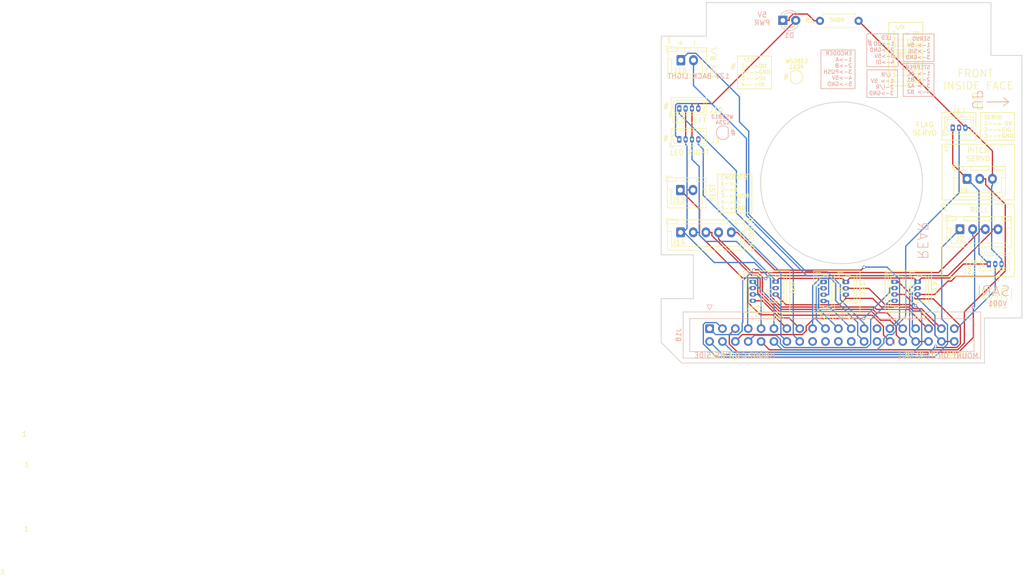
<source format=kicad_pcb>
(kicad_pcb (version 20211014) (generator pcbnew)
  (title_block (date "mar. 31 mars 2015"))
  (layers (0 "F.Cu" signal) (31 "B.Cu" signal) (34 "B.Paste" user) (35 "F.Paste" user) (36 "B.SilkS" user "B.Silkscreen") (37 "F.SilkS" user "F.Silkscreen") (38 "B.Mask" user) (39 "F.Mask" user) (44 "Edge.Cuts" user))
  (net 0 "")
  (net 2 "/GND")
  (net 3 "/ROLL_2B")
  (net 4 "/ROLL_2A")
  (net 5 "/ROLL_1A")
  (net 6 "/ROLL_1B")
  (net 7 "/HOZ_2B")
  (net 8 "/HOZ_2A")
  (net 9 "/HOZ_1A")
  (net 10 "/HOZ_1B")
  (net 12 "/SERVO_PITCH")
  (net 13 "/VER_2B")
  (net 14 "/VER_2A")
  (net 15 "/VER_1A")
  (net 16 "/VER_1B")
  (net 17 "/LED_DATA_IN")
  (net 18 "/LED_DATA_OUT")
  (net 19 "/ENCODER_A")
  (net 20 "/ENCODER_B")
  (net 21 "/ENCODER_PUSH")
  (net 22 "/WL_2B")
  (net 23 "/WL_2A")
  (net 24 "/WL_1A")
  (net 25 "/WL_1B")
  (net 26 "/TEST_PUSH")
  (net 27 "/5VDC")
  (net 30 "/SERVO_FLAG")
  (net 31 "/BACK{slash}LT_+")
  (net 32 "/BACK{slash}LT_-")
  (net 33 "Net-(D1-Pad1)")
  (net 36 "/ROLL_ZERO_IR")
  (net 37 "/HOZ_ZERO_IR")
  (net 38 "/VER_ZERO_IR")
  (net 39 "/WL_ZERO_IR")
  (net 40 "/LED_DATA")
  (footprint "Connector_Molex:Molex_PicoBlade_53047-0410_1x04_P1.25mm_Vertical" (layer "F.Cu") (at 140.25 57.95)
    (fp_text reference "J10")
    (fp_text value "LED_A")
  )
  (footprint "Connector_Molex:Molex_PicoBlade_53047-0310_1x03_P1.25mm_Vertical" (layer "F.Cu") (at 201.3 88.65)
    (fp_text reference "J22")
    (fp_text value "IR")
  )
  (footprint "Resistor_THT:R_Axial_DIN0207_L6.3mm_D2.5mm_P7.62mm_Horizontal" (layer "F.Cu") (at 175.61 40.65 180)
    (fp_text reference "R1")
    (fp_text value "500")
  )
  (footprint "MountingHole:MountingHole_2.5mm" (layer "F.Cu") (at 150 94.95 -90)
    (fp_text reference "H1" hide)
    (fp_text value "H1")
  )
  (footprint "Connector_Molex:Molex_PicoBlade_53047-0310_1x03_P1.25mm_Vertical" (layer "F.Cu") (at 187.25 92.15 -90)
    (fp_text reference "J19")
    (fp_text value "IR")
  )
  (footprint "Connector_JST:JST_XH_B2B-XH-A_1x02_P2.50mm_Vertical" (layer "F.Cu") (at 140.45 74.05)
    (fp_text reference "J13")
    (fp_text value "TEST")
  )
  (footprint "Connector_Molex:Molex_PicoBlade_53047-0310_1x03_P1.25mm_Vertical" (layer "F.Cu") (at 173.1 92.2 -90)
    (fp_text reference "J21")
    (fp_text value "IR")
  )
  (footprint "MountingHole:MountingHole_2.5mm" (layer "F.Cu") (at 195 94.95 -90)
    (fp_text reference "H2" hide)
    (fp_text value "H2")
  )
  (footprint "Connector_Molex:Molex_PicoBlade_53047-0410_1x04_P1.25mm_Vertical" (layer "F.Cu") (at 140.25 64.05)
    (fp_text reference "J3")
    (fp_text value "LED_A")
  )
  (footprint "Connector_Molex:Molex_PicoBlade_53047-0410_1x04_P1.25mm_Vertical" (layer "F.Cu") (at 168.7 92.2 -90)
    (fp_text reference "J8")
    (fp_text value "VER")
  )
  (footprint "Connector_Molex:Molex_PicoBlade_53047-0410_1x04_P1.25mm_Vertical" (layer "F.Cu") (at 154.75 92.15 -90)
    (fp_text reference "J1")
    (fp_text value "HOZ")
  )
  (footprint "Connector_JST:JST_XH_B5B-XH-A_1x05_P2.50mm_Vertical" (layer "F.Cu") (at 140.5 82.4)
    (fp_text reference "J14")
    (fp_text value "ENCODER")
  )
  (footprint "Connector_JST:JST_XH_B3B-XH-A_1x03_P2.50mm_Vertical" (layer "F.Cu") (at 197 71.825)
    (fp_text reference "J9")
    (fp_text value "PITCH")
  )
  (footprint "MountingHole:MountingHole_2.5mm" (layer "F.Cu") (at 194.95 45 -90)
    (fp_text reference "H4" hide)
    (fp_text value "H4")
  )
  (footprint "Connector_Molex:Molex_PicoBlade_53047-0310_1x03_P1.25mm_Vertical" (layer "F.Cu") (at 159.25 92.15 -90)
    (fp_text reference "J20")
    (fp_text value "IR")
  )
  (footprint "Connector_Molex:Molex_PicoBlade_53047-0410_1x04_P1.25mm_Vertical" (layer "F.Cu") (at 182.7 92.15 -90)
    (fp_text reference "J15")
    (fp_text value "WTR")
  )
  (footprint "Connector_JST:JST_XH_B2B-XH-A_1x02_P2.50mm_Vertical" (layer "F.Cu") (at 140.55 48.425)
    (fp_text reference "J16")
    (fp_text value "12V BACK LIGHT")
  )
  (footprint "Connector_JST:JST_XH_B4B-XH-A_1x04_P2.50mm_Vertical" (layer "F.Cu") (at 195.6 81.775)
    (fp_text reference "J2")
    (fp_text value "ROLL")
  )
  (footprint "Connector_Molex:Molex_PicoBlade_53047-0310_1x03_P1.25mm_Vertical" (layer "F.Cu") (at 194.175 61.75)
    (fp_text reference "J17")
    (fp_text value "FLAG")
  )
  (footprint "MountingHole:MountingHole_2.5mm" (layer "F.Cu") (at 150 45 -90)
    (fp_text reference "H3" hide)
    (fp_text value "H3")
  )
  (footprint "LED_THT:LED_D3.0mm" (layer "B.Cu") (at 160.675 40.55)
    (fp_text reference "D1")
    (fp_text value "LED")
  )
  (footprint "Connector_IDC:IDC-Header_2x20_P2.54mm_Vertical" (layer "B.Cu") (at 146.22 101.3975 -90)
    (fp_text reference "J18")
    (fp_text value "FROM SARI PCB")
  )
  (gr_rect (start 177.242 55.7845) (end 183.273 50.3235) (layer "B.SilkS") (width 0.15) (fill none))
  (gr_rect (start 177.219 49.6885) (end 183.4 43.2115) (layer "B.SilkS") (width 0.15) (fill none))
  (gr_line (start 204.193 57.421) (end 205.209 56.659) (layer "B.SilkS") (width 0.15))
  (gr_rect (start 184.404 48.694) (end 190.485 43.233) (layer "B.SilkS") (width 0.15) (fill none))
  (gr_rect (start 184.404 55.552) (end 190.485 49.075) (layer "B.SilkS") (width 0.15) (fill none))
  (gr_poly (pts (xy 149.45 63.95) (xy 149.8 63.7) (xy 149.9 63.55) (xy 149.9 61.85) (xy 149.7 61.65) (xy 149.5 61.5) (xy 149.25 61.4) (xy 148.85 61.35) (xy 148.4 61.45) (xy 148 61.7) (xy 147.8 61.9) (xy 147.65 62.2) (xy 147.55 62.5) (xy 147.55 62.9) (xy 147.65 63.3) (xy 147.95 63.7) (xy 148.3 63.95) (xy 148.7 64.05) (xy 149.1 64.05)) (layer "B.SilkS") (width 0.15) (fill none))
  (gr_line (start 200.891 56.659) (end 205.209 56.659) (layer "B.SilkS") (width 0.15))
  (gr_rect (start 168.177 54.037) (end 174.908 46.417) (layer "B.SilkS") (width 0.15) (fill none))
  (gr_line (start 204.193 55.897) (end 205.209 56.659) (layer "B.SilkS") (width 0.15))
  (gr_rect (start 181.5385 40.9445) (end 188.2695 46.4055) (layer "F.SilkS") (width 0.15) (fill none))
  (gr_rect (start 162.05 98.2) (end 152.9 90) (layer "F.SilkS") (width 0.15) (fill none))
  (gr_rect (start 181.5345 47) (end 188.2655 53.477) (layer "F.SilkS") (width 0.15) (fill none))
  (gr_rect (start 206.35 76) (end 192.05 65) (layer "F.SilkS") (width 0.15) (fill none))
  (gr_line (start 205.209 56.6) (end 200.891 56.6) (layer "F.SilkS") (width 0.15))
  (gr_rect (start 190 98.15) (end 180.85 89.95) (layer "F.SilkS") (width 0.15) (fill none))
  (gr_rect (start 206.35 91.15) (end 192.05 76.8) (layer "F.SilkS") (width 0.15) (fill none))
  (gr_line (start 205.209 56.6) (end 204.193 57.362) (layer "F.SilkS") (width 0.15))
  (gr_rect (start 192 58.7195) (end 198.731 64.1805) (layer "F.SilkS") (width 0.15) (fill none))
  (gr_rect (start 147.8345 70.9) (end 154.5655 78.52) (layer "F.SilkS") (width 0.15) (fill none))
  (gr_line (start 205.209 56.6) (end 204.193 55.838) (layer "F.SilkS") (width 0.15))
  (gr_rect (start 151.719 47.6115) (end 158.45 54.0885) (layer "F.SilkS") (width 0.15) (fill none))
  (gr_poly (pts (xy 162.7 52.95) (xy 162.35 52.7) (xy 162.25 52.55) (xy 162.25 50.85) (xy 162.45 50.65) (xy 162.65 50.5) (xy 162.9 50.4) (xy 163.3 50.35) (xy 163.75 50.45) (xy 164.15 50.7) (xy 164.35 50.9) (xy 164.5 51.2) (xy 164.6 51.5) (xy 164.6 51.9) (xy 164.5 52.3) (xy 164.2 52.7) (xy 163.85 52.95) (xy 163.45 53.05) (xy 163.05 53.05)) (layer "F.SilkS") (width 0.15) (fill none))
  (gr_rect (start 199.619 58.739) (end 206.35 64.2) (layer "F.SilkS") (width 0.15) (fill none))
  (gr_rect (start 175.9 98.2) (end 166.75 90) (layer "F.SilkS") (width 0.15) (fill none))
  (gr_line (start 136.688 95.48) (end 136.688 104.116) (layer "Edge.Cuts") (width 0.15))
  (gr_line (start 200.442 99.29) (end 207.808 99.29) (layer "Edge.Cuts") (width 0.15))
  (gr_line (start 201.712 37.06) (end 201.712 47.474) (layer "Edge.Cuts") (width 0.15))
  (gr_line (start 140.752 108.18) (end 136.688 104.116) (layer "Edge.Cuts") (width 0.15))
  (gr_line (start 145.578 37.06) (end 201.712 37.06) (layer "Edge.Cuts") (width 0.15))
  (gr_line (start 200.442 108.18) (end 200.442 99.29) (layer "Edge.Cuts") (width 0.15))
  (gr_line (start 145.578 43.664) (end 145.578 37.06) (layer "Edge.Cuts") (width 0.15))
  (gr_line (start 136.688 43.664) (end 145.578 43.664) (layer "Edge.Cuts") (width 0.15))
  (gr_line (start 143.038 95.48) (end 136.688 95.48) (layer "Edge.Cuts") (width 0.15))
  (gr_circle (center 172.248 72.62) (end 187.742 68.81) (layer "Edge.Cuts") (width 0.15) (fill none))
  (gr_line (start 136.688 86.844) (end 136.688 43.664) (layer "Edge.Cuts") (width 0.15))
  (gr_line (start 200.442 108.18) (end 140.752 108.18) (layer "Edge.Cuts") (width 0.15))
  (gr_line (start 207.808 47.474) (end 207.808 99.29) (layer "Edge.Cuts") (width 0.15))
  (gr_line (start 143.038 86.844) (end 143.038 95.48) (layer "Edge.Cuts") (width 0.15))
  (gr_line (start 136.688 86.844) (end 143.038 86.844) (layer "Edge.Cuts") (width 0.15))
  (gr_line (start 201.712 47.474) (end 207.808 47.474) (layer "Edge.Cuts") (width 0.15))
  (gr_text "5V\nPWR" (at 156.6 40.25) (layer "B.SilkS") (effects (font (size 1 1)) (justify mirror)))
  (gr_text "REAR" (at 188.2 87.9 270) (layer "B.SilkS") (effects (font (size 2 2)) (justify left mirror)))
  (gr_text "SARI" (at 205.6 94) (layer "B.SilkS") (effects (font (size 2 2)) (justify left mirror)))
  (gr_text "WS2812" (at 148.75 59.6) (layer "B.SilkS") (effects (font (size 0.75 0.75)) (justify mirror)))
  (gr_text "#" (at 150.25 62.65 -180) (layer "B.SilkS") (effects (font (size 1 1)) (justify left mirror)))
  (gr_text "#" (at 178.423 45.0345) (layer "B.SilkS") (effects (font (size 1 1)) (justify left mirror)))
  (gr_text "V001\n" (at 202.988 96.395) (layer "B.SilkS") (effects (font (size 1 1)) (justify mirror)))
  (gr_text "1234" (at 148.8 60.7) (layer "B.SilkS") (effects (font (size 0.75 0.75)) (justify mirror)))
  (gr_text "UP\n" (at 199 58.35 270) (layer "B.SilkS") (effects (font (size 2 2)) (justify left mirror)))
  (gr_text "ENCODER\n1->A\n2->B\n3->PUSH\n4->5V\n5->GND" (at 174.4 50.1) (layer "B.SilkS") (effects (font (size 0.75 0.75)) (justify left mirror)))
  (gr_text "MOUNT ON THIS SIDE" (at 191.2 106.75) (layer "B.SilkS") (effects (font (size 1 1)) (justify mirror)))
  (gr_text "IR" (at 182.2 104.1) (layer "B.SilkS") (effects (font (size 1 1)) (justify mirror)))
  (gr_text "MOUNT ON THIS SIDE" (at 151.2 106.65) (layer "B.SilkS") (effects (font (size 1 1)) (justify mirror)))
  (gr_text " LED\n1->DO\n2->GND\n3->5V\n4->DI" (at 182.765 46.3865) (layer "B.SilkS") (effects (font (size 0.75 0.75)) (justify left mirror)))
  (gr_text "STEPPER\n1-> A1\n2-> B1\n3-> A2\n4-> B2" (at 189.85 52.25) (layer "B.SilkS") (effects (font (size 0.75 0.75)) (justify left mirror)))
  (gr_text "SERVO\n1-> 5V\n2->SIG\n3->GND" (at 189.85 46.027) (layer "B.SilkS") (effects (font (size 0.75 0.75)) (justify left mirror)))
  (gr_text " I/R\n1-> 5V\n2-I/R\n3->GND" (at 182.638 53.1175) (layer "B.SilkS") (effects (font (size 0.75 0.75)) (justify left mirror)))
  (gr_text "(ST)VER(IR)\n" (at 171.2 99.3) (layer "F.SilkS") (effects (font (size 0.8 0.8) (thickness 0.125))))
  (gr_text "1" (at 11.546421 140.943482) (layer "F.SilkS") (effects (font (size 1 1))))
  (gr_text "(ST)W/L(IR)\n" (at 185.3 99.25) (layer "F.SilkS") (effects (font (size 0.8 0.8) (thickness 0.125))))
  (gr_text "#" (at 137.05 57.45) (layer "F.SilkS") (effects (font (size 1 1)) (justify left)))
  (gr_text "I/R" (at 197.9 88.55) (layer "F.SilkS") (effects (font (size 1 1))))
  (gr_text "WS2812" (at 163.4 48.6) (layer "F.SilkS") (effects (font (size 0.75 0.75))))
  (gr_text "1" (at 11.146421 122.193482) (layer "F.SilkS") (effects (font (size 1 1))))
  (gr_text "(ST)HOZ(IR)\n" (at 157.35 99.3) (layer "F.SilkS") (effects (font (size 0.8 0.8) (thickness 0.125))))
  (gr_text " LED\n1-->DO\n2-->GND\n3-->5V\n4-->DI" (at 152.354 50.7865) (layer "F.SilkS") (effects (font (size 0.75 0.75)) (justify left)))
  (gr_text "UP\n" (at 198.95 54.35 270) (layer "F.SilkS") (effects (font (size 2 2)) (justify left)))
  (gr_text " I/R\n1--> 5V\n2-->I/R\n3-->GND" (at 182.1735 43.7385) (layer "F.SilkS") (effects (font (size 0.75 0.75)) (justify left)))
  (gr_text "1" (at 138.2 44.5) (layer "F.SilkS") (effects (font (size 1 1))))
  (gr_text "#" (at 150.2845 49.6385) (layer "F.SilkS") (effects (font (size 1 1)) (justify left)))
  (gr_text "-" (at 143.2 44.975 90) (layer "F.SilkS") (effects (font (size 1 1))))
  (gr_text "SARI" (at 199.55 94.6) (layer "F.SilkS") (effects (font (size 2 2)) (justify left)))
  (gr_text "PITCH\nSERVO" (at 199.2 67.05) (layer "F.SilkS") (effects (font (size 1 1))))
  (gr_text "MOUNT ON REAR" (at 190.95 106.35 180) (layer "F.SilkS") (effects (font (size 1 1))))
  (gr_text "#" (at 161.9 51.65 180) (layer "F.SilkS") (effects (font (size 1 1)) (justify left)))
  (gr_text "+" (at 140.4 45.025 90) (layer "F.SilkS") (effects (font (size 1 1))))
  (gr_text "1" (at 152.05 90.55) (layer "F.SilkS") (effects (font (size 1 1))))
  (gr_text "V001\n" (at 203.1 96.8) (layer "F.SilkS") (effects (font (size 1 1))))
  (gr_text "500R" (at 171.4 40.5) (layer "F.SilkS") (effects (font (size 0.75 0.75))))
  (gr_text "MOUNT ON REAR" (at 151.8 106.65 180) (layer "F.SilkS") (effects (font (size 1 1))))
  (gr_text "1" (at 192.75 77.65) (layer "F.SilkS") (effects (font (size 1 1))))
  (gr_text "LED RIGHT\n\n" (at 142.3 67.45) (layer "F.SilkS") (effects (font (size 1 1))))
  (gr_text "FRONT \nINSIDE FACE" (at 199.2 52.25) (layer "F.SilkS") (effects (font (size 1.5 1.5))))
  (gr_text "LED LEFT\n" (at 142.2 60.275) (layer "F.SilkS") (effects (font (size 1 1))))
  (gr_text "STEPPER\n1--> A1\n2--> B1\n3--> A2\n4--> B2" (at 182.1695 50.175) (layer "F.SilkS") (effects (font (size 0.75 0.75)) (justify left)))
  (gr_text "1" (at 11.596421 128.243482) (layer "F.SilkS") (effects (font (size 1 1))))
  (gr_text "1" (at 6.896421 149.393482) (layer "F.SilkS") (effects (font (size 1 1))))
  (gr_text "FLAG\nSERVO" (at 188.65 61.95) (layer "F.SilkS") (effects (font (size 1 1))))
  (gr_text "#" (at 137 63.8) (layer "F.SilkS") (effects (font (size 1 1)) (justify left)))
  (gr_text "ENCODER\n1->A\n2->B\n3->PUSH\n4->5V\n5->GND" (at 148.3425 74.583) (layer "F.SilkS") (effects (font (size 0.75 0.75)) (justify left)))
  (gr_text "1234" (at 163.35 49.7) (layer "F.SilkS") (effects (font (size 0.75 0.75))))
  (gr_text "12V B/L" (at 147 48.85 90) (layer "F.SilkS") (effects (font (size 1 1))))
  (gr_text "SERVO\n1--> 5V\n2-->SIG\n3-->GND" (at 200.254 61.533) (layer "F.SilkS") (effects (font (size 0.75 0.75)) (justify left)))
  (gr_text "1" (at 192.9 65.85) (layer "F.SilkS") (effects (font (size 1 1))))
  (segment (start 193.2424 92.0127) (end 193.8793 92.0127) (width 0.25) (layer "F.Cu") (net 2))
  (segment (start 173.1 95.4253) (end 171.8372 96.6881) (width 0.25) (layer "F.Cu") (net 2))
  (segment (start 190.6051 94.65) (end 193.2424 92.0127) (width 0.25) (layer "F.Cu") (net 2))
  (segment (start 194.48 103.9375) (end 191.94 103.9375) (width 0.25) (layer "F.Cu") (net 2))
  (segment (start 202 66.3497) (end 197.4003 61.75) (width 0.25) (layer "F.Cu") (net 2))
  (segment (start 173.1 95.4253) (end 178.3815 95.4253) (width 0.25) (layer "F.Cu") (net 2))
  (segment (start 175.61 40.65) (end 196.675 61.715) (width 0.25) (layer "F.Cu") (net 2))
  (segment (start 141.5 57.95) (end 141.5 64.05) (width 0.25) (layer "F.Cu") (net 2))
  (segment (start 194.7865 91.1055) (end 202.3198 91.1055) (width 0.25) (layer "F.Cu") (net 2))
  (segment (start 185.6085 97.1385) (end 186.3925 97.9225) (width 0.25) (layer "F.Cu") (net 2))
  (segment (start 190.67 102.6675) (end 191.94 103.9375) (width 0.25) (layer "F.Cu") (net 2))
  (segment (start 186.3925 97.9225) (end 187.63 97.9225) (width 0.25) (layer "F.Cu") (net 2))
  (segment (start 202 71.825) (end 202 66.3497) (width 0.25) (layer "F.Cu") (net 2))
  (segment (start 187.63 97.9225) (end 190.67 100.9625) (width 0.25) (layer "F.Cu") (net 2))
  (segment (start 203.8 88.65) (end 203.8 89.6253) (width 0.25) (layer "F.Cu") (net 2))
  (segment (start 187.25 94.65) (end 190.6051 94.65) (width 0.25) (layer "F.Cu") (net 2))
  (segment (start 171.8372 96.6881) (end 161.2881 96.6881) (width 0.25) (layer "F.Cu") (net 2))
  (segment (start 196.675 61.75) (end 197.4003 61.75) (width 0.25) (layer "F.Cu") (net 2))
  (segment (start 161.2881 96.6881) (end 159.25 94.65) (width 0.25) (layer "F.Cu") (net 2))
  (segment (start 190.67 100.9625) (end 190.67 102.6675) (width 0.25) (layer "F.Cu") (net 2))
  (segment (start 202.3198 91.1055) (end 203.8 89.6253) (width 0.25) (layer "F.Cu") (net 2))
  (segment (start 178.3815 95.4253) (end 180.0947 97.1385) (width 0.25) (layer "F.Cu") (net 2))
  (segment (start 180.0947 97.1385) (end 185.6085 97.1385) (width 0.25) (layer "F.Cu") (net 2))
  (segment (start 196.675 61.715) (end 196.675 61.75) (width 0.25) (layer "F.Cu") (net 2))
  (segment (start 193.8793 92.0127) (end 194.7865 91.1055) (width 0.25) (layer "F.Cu") (net 2))
  (segment (start 173.1 94.7) (end 173.1 95.4253) (width 0.25) (layer "F.Cu") (net 2))
  (segment (start 202 71.825) (end 202 73.1253) (width 0.25) (layer "B.Cu") (net 2))
  (segment (start 141.5 64.05) (end 141.5 65.0253) (width 0.25) (layer "B.Cu") (net 2))
  (segment (start 159.25 94.65) (end 158.2747 94.65) (width 0.25) (layer "B.Cu") (net 2))
  (segment (start 201.85 73.2753) (end 202 73.1253) (width 0.25) (layer "B.Cu") (net 2))
  (segment (start 201.85 85.7247) (end 201.85 73.2753) (width 0.25) (layer "B.Cu") (net 2))
  (segment (start 190.67 102.6675) (end 190.67 98.7953) (width 0.25) (layer "B.Cu") (net 2))
  (segment (start 141.0156 82.4) (end 141.1043 82.3113) (width 0.25) (layer "B.Cu") (net 2))
  (segment (start 191.94 103.9375) (end 190.67 102.6675) (width 0.25) (layer "B.Cu") (net 2))
  (segment (start 158.2424 94.6177) (end 158.2747 94.65) (width 0.25) (layer "B.Cu") (net 2))
  (segment (start 141.1043 82.3113) (end 147.1469 88.3539) (width 0.25) (layer "B.Cu") (net 2))
  (segment (start 203.8 88.65) (end 203.8 87.6747) (width 0.25) (layer "B.Cu") (net 2))
  (segment (start 187.25 94.65) (end 187.25 95.3753) (width 0.25) (layer "B.Cu") (net 2))
  (segment (start 141.1043 82.3113) (end 141.7747 81.6409) (width 0.25) (layer "B.Cu") (net 2))
  (segment (start 140.5 82.4) (end 141.0156 82.4) (width 0.25) (layer "B.Cu") (net 2))
  (segment (start 141.7747 81.6409) (end 141.7747 74.05) (width 0.25) (layer "B.Cu") (net 2))
  (segment (start 155.0529 88.3539) (end 158.2424 91.5434) (width 0.25) (layer "B.Cu") (net 2))
  (segment (start 147.1469 88.3539) (end 155.0529 88.3539) (width 0.25) (layer "B.Cu") (net 2))
  (segment (start 203.8 87.6747) (end 201.85 85.7247) (width 0.25) (layer "B.Cu") (net 2))
  (segment (start 141.7747 65.3) (end 141.7747 74.05) (width 0.25) (layer "B.Cu") (net 2))
  (segment (start 142.95 74.05) (end 141.7747 74.05) (width 0.25) (layer "B.Cu") (net 2))
  (segment (start 141.5 65.0253) (end 141.7747 65.3) (width 0.25) (layer "B.Cu") (net 2))
  (segment (start 190.67 98.7953) (end 187.25 95.3753) (width 0.25) (layer "B.Cu") (net 2))
  (segment (start 158.2424 91.5434) (end 158.2424 94.6177) (width 0.25) (layer "B.Cu") (net 2))
  (segment (start 203.1 81.775) (end 201.9247 81.775) (width 0.25) (layer "F.Cu") (net 3))
  (segment (start 201.9247 82.2376) (end 193.2096 90.9527) (width 0.25) (layer "F.Cu") (net 3))
  (segment (start 193.2096 90.9527) (end 157.8521 90.9527) (width 0.25) (layer "F.Cu") (net 3))
  (segment (start 157.8521 90.9527) (end 157.28 91.5248) (width 0.25) (layer "F.Cu") (net 3))
  (segment (start 201.9247 81.775) (end 201.9247 82.2376) (width 0.25) (layer "F.Cu") (net 3))
  (via (at 157.28 91.5248) (size 0.6) (drill 0.4) (layers "F.Cu" "B.Cu") (net 3))
  (segment (start 153.7297 101.2872) (end 153.7297 91.7439) (width 0.25) (layer "B.Cu") (net 3))
  (segment (start 157.1727 91.4175) (end 157.28 91.5248) (width 0.25) (layer "B.Cu") (net 3))
  (segment (start 153.84 101.3975) (end 153.7297 101.2872) (width 0.25) (layer "B.Cu") (net 3))
  (segment (start 153.7297 91.7439) (end 154.0561 91.4175) (width 0.25) (layer "B.Cu") (net 3))
  (segment (start 154.0561 91.4175) (end 157.1727 91.4175) (width 0.25) (layer "B.Cu") (net 3))
  (segment (start 195.3244 106.043) (end 198.2375 103.1299) (width 0.25) (layer "F.Cu") (net 4))
  (segment (start 198.2375 103.1299) (end 198.2375 97.2184) (width 0.25) (layer "F.Cu") (net 4))
  (segment (start 150.1094 104.4282) (end 151.7242 106.043) (width 0.25) (layer "F.Cu") (net 4))
  (segment (start 150.1094 102.5881) (end 150.1094 104.4282) (width 0.25) (layer "F.Cu") (net 4))
  (segment (start 151.3 101.3975) (end 150.1094 102.5881) (width 0.25) (layer "F.Cu") (net 4))
  (segment (start 151.7242 106.043) (end 195.3244 106.043) (width 0.25) (layer "F.Cu") (net 4))
  (via (at 198.2375 97.2184) (size 0.6) (drill 0.4) (layers "F.Cu" "B.Cu") (net 4))
  (segment (start 198.4854 83.4607) (end 198.1 83.0753) (width 0.25) (layer "B.Cu") (net 4))
  (segment (start 198.1 81.775) (end 198.1 83.0753) (width 0.25) (layer "B.Cu") (net 4))
  (segment (start 198.4854 96.9705) (end 198.4854 83.4607) (width 0.25) (layer "B.Cu") (net 4))
  (segment (start 198.2375 97.2184) (end 198.4854 96.9705) (width 0.25) (layer "B.Cu") (net 4))
  (segment (start 190.5889 107.0084) (end 193.1352 104.4621) (width 0.25) (layer "B.Cu") (net 5))
  (segment (start 145.3676 100.2201) (end 144.991 100.5967) (width 0.25) (layer "B.Cu") (net 5))
  (segment (start 147.5848 107.0084) (end 190.5889 107.0084) (width 0.25) (layer "B.Cu") (net 5))
  (segment (start 192.0136 85.3614) (end 195.6 81.775) (width 0.25) (layer "B.Cu") (net 5))
  (segment (start 193.1352 100.6236) (end 192.0136 99.502) (width 0.25) (layer "B.Cu") (net 5))
  (segment (start 144.991 104.4146) (end 147.5848 107.0084) (width 0.25) (layer "B.Cu") (net 5))
  (segment (start 144.991 100.5967) (end 144.991 104.4146) (width 0.25) (layer "B.Cu") (net 5))
  (segment (start 192.0136 99.502) (end 192.0136 85.3614) (width 0.25) (layer "B.Cu") (net 5))
  (segment (start 193.1352 104.4621) (end 193.1352 100.6236) (width 0.25) (layer "B.Cu") (net 5))
  (segment (start 148.76 101.3975) (end 147.5826 100.2201) (width 0.25) (layer "B.Cu") (net 5))
  (segment (start 147.5826 100.2201) (end 145.3676 100.2201) (width 0.25) (layer "B.Cu") (net 5))
  (segment (start 199.4247 82.2892) (end 191.3862 90.3277) (width 0.25) (layer "F.Cu") (net 6))
  (segment (start 156.4274 90.3277) (end 155.875 89.7753) (width 0.25) (layer "F.Cu") (net 6))
  (segment (start 200.6 81.775) (end 199.4247 81.775) (width 0.25) (layer "F.Cu") (net 6))
  (segment (start 155.875 89.7753) (end 154.9528 89.7753) (width 0.25) (layer "F.Cu") (net 6))
  (segment (start 199.4247 81.775) (end 199.4247 82.2892) (width 0.25) (layer "F.Cu") (net 6))
  (segment (start 191.3862 90.3277) (end 156.4274 90.3277) (width 0.25) (layer "F.Cu") (net 6))
  (via (at 154.9528 89.7753) (size 0.6) (drill 0.4) (layers "F.Cu" "B.Cu") (net 6))
  (segment (start 146.22 101.3975) (end 147.4026 102.5801) (width 0.25) (layer "B.Cu") (net 6))
  (segment (start 151.8635 102.5801) (end 152.6492 101.7944) (width 0.25) (layer "B.Cu") (net 6))
  (segment (start 152.6492 101.7944) (end 152.6492 100.2983) (width 0.25) (layer "B.Cu") (net 6))
  (segment (start 152.7747 100.1728) (end 152.7747 91.9534) (width 0.25) (layer "B.Cu") (net 6))
  (segment (start 152.6492 100.2983) (end 152.7747 100.1728) (width 0.25) (layer "B.Cu") (net 6))
  (segment (start 152.7747 91.9534) (end 154.9528 89.7753) (width 0.25) (layer "B.Cu") (net 6))
  (segment (start 147.4026 102.5801) (end 151.8635 102.5801) (width 0.25) (layer "B.Cu") (net 6))
  (segment (start 161.8975 99.295) (end 164 101.3975) (width 0.25) (layer "F.Cu") (net 7))
  (segment (start 156.6367 95.9) (end 160.0317 99.295) (width 0.25) (layer "F.Cu") (net 7))
  (segment (start 154.75 95.9) (end 155.7253 95.9) (width 0.25) (layer "F.Cu") (net 7))
  (segment (start 155.7253 95.9) (end 156.6367 95.9) (width 0.25) (layer "F.Cu") (net 7))
  (segment (start 160.0317 99.295) (end 161.8975 99.295) (width 0.25) (layer "F.Cu") (net 7))
  (segment (start 153.7747 96.2138) (end 156.2284 98.6675) (width 0.25) (layer "F.Cu") (net 8))
  (segment (start 154.75 93.4) (end 153.7747 93.4) (width 0.25) (layer "F.Cu") (net 8))
  (segment (start 153.7747 93.4) (end 153.7747 96.2138) (width 0.25) (layer "F.Cu") (net 8))
  (segment (start 156.2284 98.6675) (end 158.73 98.6675) (width 0.25) (layer "F.Cu") (net 8))
  (segment (start 158.73 98.6675) (end 161.46 101.3975) (width 0.25) (layer "F.Cu") (net 8))
  (segment (start 154.7759 92.15) (end 154.75 92.15) (width 0.25) (layer "B.Cu") (net 9))
  (segment (start 158.92 101.3975) (end 158.92 96.2941) (width 0.25) (layer "B.Cu") (net 9))
  (segment (start 158.92 96.2941) (end 154.7759 92.15) (width 0.25) (layer "B.Cu") (net 9))
  (segment (start 156.38 101.3975) (end 156.38 95.3047) (width 0.25) (layer "B.Cu") (net 10))
  (segment (start 156.38 95.3047) (end 155.7253 94.65) (width 0.25) (layer "B.Cu") (net 10))
  (segment (start 154.75 94.65) (end 155.7253 94.65) (width 0.25) (layer "B.Cu") (net 10))
  (segment (start 196.4662 98.0994) (end 204.5333 90.0323) (width 0.25) (layer "F.Cu") (net 12))
  (segment (start 199.5 71.825) (end 200.6753 71.825) (width 0.25) (layer "F.Cu") (net 12))
  (segment (start 196.4662 104.2523) (end 196.4662 98.0994) (width 0.25) (layer "F.Cu") (net 12))
  (segment (start 200.6753 73.0003) (end 200.6753 71.825) (width 0.25) (layer "F.Cu") (net 12))
  (segment (start 158.017 105.5745) (end 195.144 105.5745) (width 0.25) (layer "F.Cu") (net 12))
  (segment (start 195.144 105.5745) (end 196.4662 104.2523) (width 0.25) (layer "F.Cu") (net 12))
  (segment (start 204.5333 76.8583) (end 200.6753 73.0003) (width 0.25) (layer "F.Cu") (net 12))
  (segment (start 156.38 103.9375) (end 158.017 105.5745) (width 0.25) (layer "F.Cu") (net 12))
  (segment (start 204.5333 90.0323) (end 204.5333 76.8583) (width 0.25) (layer "F.Cu") (net 12))
  (segment (start 169.6753 96.9128) (end 169.6753 95.95) (width 0.25) (layer "B.Cu") (net 13))
  (segment (start 168.7 95.95) (end 169.6753 95.95) (width 0.25) (layer "B.Cu") (net 13))
  (segment (start 174.16 101.3975) (end 169.6753 96.9128) (width 0.25) (layer "B.Cu") (net 13))
  (segment (start 171.62 101.3975) (end 167.7247 97.5022) (width 0.25) (layer "B.Cu") (net 14))
  (segment (start 168.7 93.45) (end 167.7247 93.45) (width 0.25) (layer "B.Cu") (net 14))
  (segment (start 167.7247 97.5022) (end 167.7247 93.45) (width 0.25) (layer "B.Cu") (net 14))
  (segment (start 169.08 101.3975) (end 167.2737 99.5912) (width 0.25) (layer "B.Cu") (net 15))
  (segment (start 168.3083 92.2) (end 168.7 92.2) (width 0.25) (layer "B.Cu") (net 15))
  (segment (start 167.2737 99.5912) (end 167.2737 93.2346) (width 0.25) (layer "B.Cu") (net 15))
  (segment (start 167.2737 93.2346) (end 168.3083 92.2) (width 0.25) (layer "B.Cu") (net 15))
  (segment (start 168.0411 91.445) (end 169.4208 91.445) (width 0.25) (layer "B.Cu") (net 16))
  (segment (start 169.4208 91.445) (end 169.6951 91.7193) (width 0.25) (layer "B.Cu") (net 16))
  (segment (start 166.54 92.9461) (end 168.0411 91.445) (width 0.25) (layer "B.Cu") (net 16))
  (segment (start 169.6951 94.6802) (end 169.6753 94.7) (width 0.25) (layer "B.Cu") (net 16))
  (segment (start 166.54 101.3975) (end 166.54 92.9461) (width 0.25) (layer "B.Cu") (net 16))
  (segment (start 169.6951 91.7193) (end 169.6951 94.6802) (width 0.25) (layer "B.Cu") (net 16))
  (segment (start 168.7 94.7) (end 169.6753 94.7) (width 0.25) (layer "B.Cu") (net 16))
  (segment (start 144.9753 66.0006) (end 144 65.0253) (width 0.25) (layer "B.Cu") (net 17))
  (segment (start 144.9753 75.088) (end 144.9753 66.0006) (width 0.25) (layer "B.Cu") (net 17))
  (segment (start 160.284 102.7615) (end 160.284 90.3967) (width 0.25) (layer "B.Cu") (net 17))
  (segment (start 144 64.05) (end 144 65.0253) (width 0.25) (layer "B.Cu") (net 17))
  (segment (start 160.284 90.3967) (end 144.9753 75.088) (width 0.25) (layer "B.Cu") (net 17))
  (segment (start 161.46 103.9375) (end 160.284 102.7615) (width 0.25) (layer "B.Cu") (net 17))
  (segment (start 162.73 102.6675) (end 164 103.9375) (width 0.25) (layer "B.Cu") (net 18))
  (segment (start 140.25 58.9997) (end 151.5161 70.2658) (width 0.25) (layer "B.Cu") (net 18))
  (segment (start 162.73 89.7637) (end 162.73 102.6675) (width 0.25) (layer "B.Cu") (net 18))
  (segment (start 151.5161 78.5498) (end 162.73 89.7637) (width 0.25) (layer "B.Cu") (net 18))
  (segment (start 140.25 57.95) (end 140.25 58.9997) (width 0.25) (layer "B.Cu") (net 18))
  (segment (start 151.5161 70.2658) (end 151.5161 78.5498) (width 0.25) (layer "B.Cu") (net 18))
  (segment (start 176.706 89.2527) (end 176.0983 89.8604) (width 0.25) (layer "F.Cu") (net 19))
  (segment (start 159.1357 89.8604) (end 151.6753 82.4) (width 0.25) (layer "F.Cu") (net 19))
  (segment (start 150.5 82.4) (end 151.6753 82.4) (width 0.25) (layer "F.Cu") (net 19))
  (segment (start 176.0983 89.8604) (end 159.1357 89.8604) (width 0.25) (layer "F.Cu") (net 19))
  (via (at 176.706 89.2527) (size 0.6) (drill 0.4) (layers "F.Cu" "B.Cu") (net 19))
  (segment (start 183.6792 99.4983) (end 183.6792 91.7107) (width 0.25) (layer "B.Cu") (net 19))
  (segment (start 183.6792 91.7107) (end 181.2212 89.2527) (width 0.25) (layer "B.Cu") (net 19))
  (segment (start 181.78 101.3975) (end 183.6792 99.4983) (width 0.25) (layer "B.Cu") (net 19))
  (segment (start 181.2212 89.2527) (end 176.706 89.2527) (width 0.25) (layer "B.Cu") (net 19))
  (segment (start 155.7625 90.4006) (end 156.6388 91.2769) (width 0.25) (layer "F.Cu") (net 20))
  (segment (start 154.6938 90.4006) (end 155.7625 90.4006) (width 0.25) (layer "F.Cu") (net 20))
  (segment (start 160.2363 97.5888) (end 178.4093 97.5888) (width 0.25) (layer "F.Cu") (net 20))
  (segment (start 148 82.4) (end 148 83.7003) (width 0.25) (layer "F.Cu") (net 20))
  (segment (start 156.6388 91.2769) (end 156.6388 93.9913) (width 0.25) (layer "F.Cu") (net 20))
  (segment (start 181.1772 98.2547) (end 184.32 101.3975) (width 0.25) (layer "F.Cu") (net 20))
  (segment (start 148 83.7068) (end 154.6938 90.4006) (width 0.25) (layer "F.Cu") (net 20))
  (segment (start 148 83.7003) (end 148 83.7068) (width 0.25) (layer "F.Cu") (net 20))
  (segment (start 179.0752 98.2547) (end 181.1772 98.2547) (width 0.25) (layer "F.Cu") (net 20))
  (segment (start 156.6388 93.9913) (end 160.2363 97.5888) (width 0.25) (layer "F.Cu") (net 20))
  (segment (start 178.4093 97.5888) (end 179.0752 98.2547) (width 0.25) (layer "F.Cu") (net 20))
  (segment (start 146.6753 83.019) (end 154.5072 90.8509) (width 0.25) (layer "F.Cu") (net 21))
  (segment (start 181.7948 99.7321) (end 183.05 100.9873) (width 0.25) (layer "F.Cu") (net 21))
  (segment (start 160.0655 98.055) (end 178.2386 98.055) (width 0.25) (layer "F.Cu") (net 21))
  (segment (start 155.5012 90.8509) (end 156.1885 91.5382) (width 0.25) (layer "F.Cu") (net 21))
  (segment (start 145.5 82.4) (end 146.6753 82.4) (width 0.25) (layer "F.Cu") (net 21))
  (segment (start 183.05 100.9873) (end 183.05 102.6675) (width 0.25) (layer "F.Cu") (net 21))
  (segment (start 183.05 102.6675) (end 184.32 103.9375) (width 0.25) (layer "F.Cu") (net 21))
  (segment (start 179.9157 99.7321) (end 181.7948 99.7321) (width 0.25) (layer "F.Cu") (net 21))
  (segment (start 146.6753 82.4) (end 146.6753 83.019) (width 0.25) (layer "F.Cu") (net 21))
  (segment (start 156.1885 91.5382) (end 156.1885 94.178) (width 0.25) (layer "F.Cu") (net 21))
  (segment (start 154.5072 90.8509) (end 155.5012 90.8509) (width 0.25) (layer "F.Cu") (net 21))
  (segment (start 156.1885 94.178) (end 160.0655 98.055) (width 0.25) (layer "F.Cu") (net 21))
  (segment (start 178.2386 98.055) (end 179.9157 99.7321) (width 0.25) (layer "F.Cu") (net 21))
  (segment (start 153.84 103.9375) (end 155.0553 102.7222) (width 0.25) (layer "B.Cu") (net 22))
  (segment (start 182.7 95.9) (end 181.7247 95.9) (width 0.25) (layer "B.Cu") (net 22))
  (segment (start 155.0553 102.7222) (end 159.3711 102.7222) (width 0.25) (layer "B.Cu") (net 22))
  (segment (start 160.19 103.5411) (end 160.19 104.3593) (width 0.25) (layer "B.Cu") (net 22))
  (segment (start 177.9875 99.6372) (end 181.7247 95.9) (width 0.25) (layer "B.Cu") (net 22))
  (segment (start 160.19 104.3593) (end 160.9695 105.1388) (width 0.25) (layer "B.Cu") (net 22))
  (segment (start 160.9695 105.1388) (end 177.2056 105.1388) (width 0.25) (layer "B.Cu") (net 22))
  (segment (start 177.9875 104.3569) (end 177.9875 99.6372) (width 0.25) (layer "B.Cu") (net 22))
  (segment (start 177.2056 105.1388) (end 177.9875 104.3569) (width 0.25) (layer "B.Cu") (net 22))
  (segment (start 159.3711 102.7222) (end 160.19 103.5411) (width 0.25) (layer "B.Cu") (net 22))
  (segment (start 151.3 103.9375) (end 152.6646 102.5729) (width 0.25) (layer "F.Cu") (net 23))
  (segment (start 152.6646 102.5729) (end 164.5256 102.5729) (width 0.25) (layer "F.Cu") (net 23))
  (segment (start 165.27 101.8285) (end 165.27 100.9248) (width 0.25) (layer "F.Cu") (net 23))
  (segment (start 165.27 100.9248) (end 166.7997 99.3951) (width 0.25) (layer "F.Cu") (net 23))
  (segment (start 164.5256 102.5729) (end 165.27 101.8285) (width 0.25) (layer "F.Cu") (net 23))
  (segment (start 166.7997 99.3951) (end 176.5893 99.3951) (width 0.25) (layer "F.Cu") (net 23))
  (segment (start 176.5893 99.3951) (end 176.5893 99.395) (width 0.25) (layer "F.Cu") (net 23))
  (via (at 176.5893 99.395) (size 0.6) (drill 0.4) (layers "F.Cu" "B.Cu") (net 23))
  (segment (start 182.7 93.4) (end 181.7247 93.4) (width 0.25) (layer "B.Cu") (net 23))
  (segment (start 181.7247 93.4) (end 181.7247 94.2596) (width 0.25) (layer "B.Cu") (net 23))
  (segment (start 181.7247 94.2596) (end 176.5893 99.395) (width 0.25) (layer "B.Cu") (net 23))
  (segment (start 194.9575 105.1241) (end 195.6771 104.4045) (width 0.25) (layer "F.Cu") (net 24))
  (segment (start 190.3482 95.5238) (end 186.8035 95.5238) (width 0.25) (layer "F.Cu") (net 24))
  (segment (start 191.034 105.1241) (end 194.9575 105.1241) (width 0.25) (layer "F.Cu") (net 24))
  (segment (start 190.7925 104.8826) (end 191.034 105.1241) (width 0.25) (layer "F.Cu") (net 24))
  (segment (start 195.6771 104.4045) (end 195.6771 100.8527) (width 0.25) (layer "F.Cu") (net 24))
  (segment (start 183.4297 92.15) (end 182.7 92.15) (width 0.25) (layer "F.Cu") (net 24))
  (segment (start 195.6771 100.8527) (end 190.3482 95.5238) (width 0.25) (layer "F.Cu") (net 24))
  (segment (start 186.8035 95.5238) (end 183.4297 92.15) (width 0.25) (layer "F.Cu") (net 24))
  (via (at 190.7925 104.8826) (size 0.6) (drill 0.4) (layers "F.Cu" "B.Cu") (net 24))
  (segment (start 190.7925 104.8826) (end 189.1574 106.5177) (width 0.25) (layer "B.Cu") (net 24))
  (segment (start 148.8002 106.5177) (end 146.22 103.9375) (width 0.25) (layer "B.Cu") (net 24))
  (segment (start 189.1574 106.5177) (end 148.8002 106.5177) (width 0.25) (layer "B.Cu") (net 24))
  (segment (start 186.8381 96.8469) (end 184.6412 94.65) (width 0.25) (layer "F.Cu") (net 25))
  (segment (start 184.6412 94.65) (end 182.7 94.65) (width 0.25) (layer "F.Cu") (net 25))
  (via (at 186.8381 96.8469) (size 0.6) (drill 0.4) (layers "F.Cu" "B.Cu") (net 25))
  (segment (start 188.0493 98.0581) (end 186.8381 96.8469) (width 0.25) (layer "B.Cu") (net 25))
  (segment (start 188.0493 104.4307) (end 188.0493 98.0581) (width 0.25) (layer "B.Cu") (net 25))
  (segment (start 148.76 103.9375) (end 150.8832 106.0607) (width 0.25) (layer "B.Cu") (net 25))
  (segment (start 150.8832 106.0607) (end 186.4193 106.0607) (width 0.25) (layer "B.Cu") (net 25))
  (segment (start 186.4193 106.0607) (end 188.0493 104.4307) (width 0.25) (layer "B.Cu") (net 25))
  (segment (start 144.25 82.9474) (end 144.25 77.85) (width 0.25) (layer "F.Cu") (net 26))
  (segment (start 144.25 77.85) (end 140.45 74.05) (width 0.25) (layer "F.Cu") (net 26))
  (segment (start 155.7322 94.3586) (end 155.7322 91.7188) (width 0.25) (layer "F.Cu") (net 26))
  (segment (start 155.3913 91.3779) (end 152.6805 91.3779) (width 0.25) (layer "F.Cu") (net 26))
  (segment (start 178.3014 98.7547) (end 160.1283 98.7547) (width 0.25) (layer "F.Cu") (net 26))
  (segment (start 181.78 103.9375) (end 180.51 102.6675) (width 0.25) (layer "F.Cu") (net 26))
  (segment (start 180.51 102.6675) (end 180.51 100.9633) (width 0.25) (layer "F.Cu") (net 26))
  (segment (start 180.51 100.9633) (end 178.3014 98.7547) (width 0.25) (layer "F.Cu") (net 26))
  (segment (start 152.6805 91.3779) (end 144.25 82.9474) (width 0.25) (layer "F.Cu") (net 26))
  (segment (start 160.1283 98.7547) (end 155.7322 94.3586) (width 0.25) (layer "F.Cu") (net 26))
  (segment (start 155.7322 91.7188) (end 155.3913 91.3779) (width 0.25) (layer "F.Cu") (net 26))
  (segment (start 173.8866 91.4134) (end 173.1 92.2) (width 0.25) (layer "F.Cu") (net 27))
  (segment (start 194.175 69) (end 194.175 61.75) (width 0.25) (layer "F.Cu") (net 27))
  (segment (start 196.2868 88.65) (end 193.5337 91.4031) (width 0.25) (layer "F.Cu") (net 27))
  (segment (start 146.7903 56.9747) (end 163.215 40.55) (width 0.25) (layer "F.Cu") (net 27))
  (segment (start 187.25 92.15) (end 186.5134 91.4134) (width 0.25) (layer "F.Cu") (net 27))
  (segment (start 187.9969 91.4031) (end 187.25 92.15) (width 0.25) (layer "F.Cu") (net 27))
  (segment (start 159.9268 91.4732) (end 159.25 92.15) (width 0.25) (layer "F.Cu") (net 27))
  (segment (start 142.75 56.9747) (end 146.7903 56.9747) (width 0.25) (layer "F.Cu") (net 27))
  (segment (start 173.1 92.2) (end 172.3732 91.4732) (width 0.25) (layer "F.Cu") (net 27))
  (segment (start 172.3732 91.4732) (end 159.9268 91.4732) (width 0.25) (layer "F.Cu") (net 27))
  (segment (start 197 71.825) (end 194.175 69) (width 0.25) (layer "F.Cu") (net 27))
  (segment (start 142.75 57.95) (end 142.75 56.9747) (width 0.25) (layer "F.Cu") (net 27))
  (segment (start 142.75 64.05) (end 142.75 57.95) (width 0.25) (layer "F.Cu") (net 27))
  (segment (start 186.5134 91.4134) (end 173.8866 91.4134) (width 0.25) (layer "F.Cu") (net 27))
  (segment (start 189.4 103.9375) (end 186.86 103.9375) (width 0.25) (layer "F.Cu") (net 27))
  (segment (start 201.3 88.65) (end 196.2868 88.65) (width 0.25) (layer "F.Cu") (net 27))
  (segment (start 193.5337 91.4031) (end 187.9969 91.4031) (width 0.25) (layer "F.Cu") (net 27))
  (segment (start 145.442 84.1809) (end 144.1753 82.9142) (width 0.25) (layer "B.Cu") (net 27))
  (segment (start 159.25 92.15) (end 159.25 91.9141) (width 0.25) (layer "B.Cu") (net 27))
  (segment (start 185.6693 102.7468) (end 185.6693 93.6558) (width 0.25) (layer "B.Cu") (net 27))
  (segment (start 142.75 67.9996) (end 144.1753 69.4249) (width 0.25) (layer "B.Cu") (net 27))
  (segment (start 186.86 103.9375) (end 185.6693 102.7468) (width 0.25) (layer "B.Cu") (net 27))
  (segment (start 187.1751 92.15) (end 187.25 92.15) (width 0.25) (layer "B.Cu") (net 27))
  (segment (start 144.1753 82.9142) (end 144.1753 82.4) (width 0.25) (layer "B.Cu") (net 27))
  (segment (start 144.1753 69.4249) (end 144.1753 82.4) (width 0.25) (layer "B.Cu") (net 27))
  (segment (start 185.6693 93.6558) (end 187.1751 92.15) (width 0.25) (layer "B.Cu") (net 27))
  (segment (start 201.3 88.65) (end 199.349 86.699) (width 0.25) (layer "B.Cu") (net 27))
  (segment (start 199.349 86.699) (end 199.349 74.174) (width 0.25) (layer "B.Cu") (net 27))
  (segment (start 143 82.4) (end 144.1753 82.4) (width 0.25) (layer "B.Cu") (net 27))
  (segment (start 199.349 74.174) (end 197 71.825) (width 0.25) (layer "B.Cu") (net 27))
  (segment (start 159.25 91.9141) (end 151.5168 84.1809) (width 0.25) (layer "B.Cu") (net 27))
  (segment (start 151.5168 84.1809) (end 145.442 84.1809) (width 0.25) (layer "B.Cu") (net 27))
  (segment (start 142.75 64.05) (end 142.75 67.9996) (width 0.25) (layer "B.Cu") (net 27))
  (segment (start 182.2695 102.5729) (end 181.4436 102.5729) (width 0.25) (layer "B.Cu") (net 30))
  (segment (start 184.8923 99.0052) (end 182.9554 100.9421) (width 0.25) (layer "B.Cu") (net 30))
  (segment (start 180.6046 104.2354) (end 179.2509 105.5891) (width 0.25) (layer "B.Cu") (net 30))
  (segment (start 195.425 74.604) (end 184.8923 85.1367) (width 0.25) (layer "B.Cu") (net 30))
  (segment (start 179.2509 105.5891) (end 160.5716 105.5891) (width 0.25) (layer "B.Cu") (net 30))
  (segment (start 182.9554 101.887) (end 182.2695 102.5729) (width 0.25) (layer "B.Cu") (net 30))
  (segment (start 184.8923 85.1367) (end 184.8923 99.0052) (width 0.25) (layer "B.Cu") (net 30))
  (segment (start 182.9554 100.9421) (end 182.9554 101.887) (width 0.25) (layer "B.Cu") (net 30))
  (segment (start 180.6046 103.4119) (end 180.6046 104.2354) (width 0.25) (layer "B.Cu") (net 30))
  (segment (start 195.425 61.75) (end 195.425 74.604) (width 0.25) (layer "B.Cu") (net 30))
  (segment (start 181.4436 102.5729) (end 180.6046 103.4119) (width 0.25) (layer "B.Cu") (net 30))
  (segment (start 160.5716 105.5891) (end 158.92 103.9375) (width 0.25) (layer "B.Cu") (net 30))
  (segment (start 172.0051 95.6951) (end 176.7 100.39) (width 0.25) (layer "B.Cu") (net 31))
  (segment (start 153.9409 62.4277) (end 153.9409 78.847) (width 0.25) (layer "B.Cu") (net 31))
  (segment (start 140.55 48.425) (end 141.92 47.055) (width 0.25) (layer "B.Cu") (net 31))
  (segment (start 176.7 100.39) (end 176.7 101.3975) (width 0.25) (layer "B.Cu") (net 31))
  (segment (start 153.9409 78.847) (end 165.159 90.0651) (width 0.25) (layer "B.Cu") (net 31))
  (segment (start 152.1102 55.658) (end 152.1102 60.597) (width 0.25) (layer "B.Cu") (net 31))
  (segment (start 141.92 47.055) (end 143.5072 47.055) (width 0.25) (layer "B.Cu") (net 31))
  (segment (start 169.3147 90.0651) (end 172.0051 92.7555) (width 0.25) (layer "B.Cu") (net 31))
  (segment (start 143.5072 47.055) (end 152.1102 55.658) (width 0.25) (layer "B.Cu") (net 31))
  (segment (start 165.159 90.0651) (end 169.3147 90.0651) (width 0.25) (layer "B.Cu") (net 31))
  (segment (start 152.1102 60.597) (end 153.9409 62.4277) (width 0.25) (layer "B.Cu") (net 31))
  (segment (start 172.0051 92.7555) (end 172.0051 95.6951) (width 0.25) (layer "B.Cu") (net 31))
  (segment (start 169.5785 90.9658) (end 165.3717 90.9658) (width 0.25) (layer "B.Cu") (net 32))
  (segment (start 171.1044 95.8965) (end 171.1044 92.4917) (width 0.25) (layer "B.Cu") (net 32))
  (segment (start 143.05 53.4191) (end 143.05 48.425) (width 0.25) (layer "B.Cu") (net 32))
  (segment (start 175.43 100.2221) (end 171.1044 95.8965) (width 0.25) (layer "B.Cu") (net 32))
  (segment (start 171.1044 92.4917) (end 169.5785 90.9658) (width 0.25) (layer "B.Cu") (net 32))
  (segment (start 153.4905 79.0846) (end 153.4905 63.8596) (width 0.25) (layer "B.Cu") (net 32))
  (segment (start 176.7 103.9375) (end 175.43 102.6675) (width 0.25) (layer "B.Cu") (net 32))
  (segment (start 165.3717 90.9658) (end 153.4905 79.0846) (width 0.25) (layer "B.Cu") (net 32))
  (segment (start 175.43 102.6675) (end 175.43 100.2221) (width 0.25) (layer "B.Cu") (net 32))
  (segment (start 153.4905 63.8596) (end 143.05 53.4191) (width 0.25) (layer "B.Cu") (net 32))
  (segment (start 161.9003 40.0905) (end 162.6858 39.305) (width 0.25) (layer "F.Cu") (net 33))
  (segment (start 160.675 40.55) (end 161.9003 40.55) (width 0.25) (layer "F.Cu") (net 33))
  (segment (start 161.9003 40.55) (end 161.9003 40.0905) (width 0.25) (layer "F.Cu") (net 33))
  (segment (start 167.99 40.65) (end 166.8647 40.65) (width 0.25) (layer "F.Cu") (net 33))
  (segment (start 162.6858 39.305) (end 165.5197 39.305) (width 0.25) (layer "F.Cu") (net 33))
  (segment (start 165.5197 39.305) (end 166.8647 40.65) (width 0.25) (layer "F.Cu") (net 33))
  (segment (start 187.25 93.4) (end 187.1724 93.4) (width 0.25) (layer "B.Cu") (net 36))
  (segment (start 186.2128 100.7503) (end 186.86 101.3975) (width 0.25) (layer "B.Cu") (net 36))
  (segment (start 186.2128 94.3596) (end 186.2128 100.7503) (width 0.25) (layer "B.Cu") (net 36))
  (segment (start 187.1724 93.4) (end 186.2128 94.3596) (width 0.25) (layer "B.Cu") (net 36))
  (segment (start 158.2747 94.9902) (end 158.2747 93.4) (width 0.25) (layer "F.Cu") (net 37))
  (segment (start 189.2306 101.3975) (end 185.4219 97.5888) (width 0.25) (layer "F.Cu") (net 37))
  (segment (start 160.4229 97.1384) (end 158.2747 94.9902) (width 0.25) (layer "F.Cu") (net 37))
  (segment (start 178.6885 97.1384) (end 160.4229 97.1384) (width 0.25) (layer "F.Cu") (net 37))
  (segment (start 159.25 93.4) (end 158.2747 93.4) (width 0.25) (layer "F.Cu") (net 37))
  (segment (start 185.4219 97.5888) (end 179.1389 97.5888) (width 0.25) (layer "F.Cu") (net 37))
  (segment (start 189.4 101.3975) (end 189.2306 101.3975) (width 0.25) (layer "F.Cu") (net 37))
  (segment (start 179.1389 97.5888) (end 178.6885 97.1384) (width 0.25) (layer "F.Cu") (net 37))
  (segment (start 180.8363 96.6555) (end 185.7624 96.6555) (width 0.25) (layer "F.Cu") (net 38))
  (segment (start 186.5791 97.4722) (end 188.0147 97.4722) (width 0.25) (layer "F.Cu") (net 38))
  (segment (start 177.6308 93.45) (end 180.8363 96.6555) (width 0.25) (layer "F.Cu") (net 38))
  (segment (start 185.7624 96.6555) (end 186.5791 97.4722) (width 0.25) (layer "F.Cu") (net 38))
  (segment (start 188.0147 97.4722) (end 191.94 101.3975) (width 0.25) (layer "F.Cu") (net 38))
  (segment (start 173.1 93.45) (end 177.6308 93.45) (width 0.25) (layer "F.Cu") (net 38))
  (segment (start 202.55 93.8307) (end 202.55 88.65) (width 0.25) (layer "B.Cu") (net 39))
  (segment (start 194.9832 101.3975) (end 202.55 93.8307) (width 0.25) (layer "B.Cu") (net 39))
  (segment (start 194.48 101.3975) (end 194.9832 101.3975) (width 0.25) (layer "B.Cu") (net 39))
  (segment (start 139.8205 56.9691) (end 143.9944 56.9691) (width 0.25) (layer "B.Cu") (net 40))
  (segment (start 143.9944 56.9691) (end 144 56.9747) (width 0.25) (layer "B.Cu") (net 40))
  (segment (start 140.25 64.05) (end 139.5116 63.3116) (width 0.25) (layer "B.Cu") (net 40))
  (segment (start 139.5116 57.278) (end 139.8205 56.9691) (width 0.25) (layer "B.Cu") (net 40))
  (segment (start 144 57.95) (end 144 56.9747) (width 0.25) (layer "B.Cu") (net 40))
  (segment (start 139.5116 63.3116) (end 139.5116 57.278) (width 0.25) (layer "B.Cu") (net 40))
)
</source>
